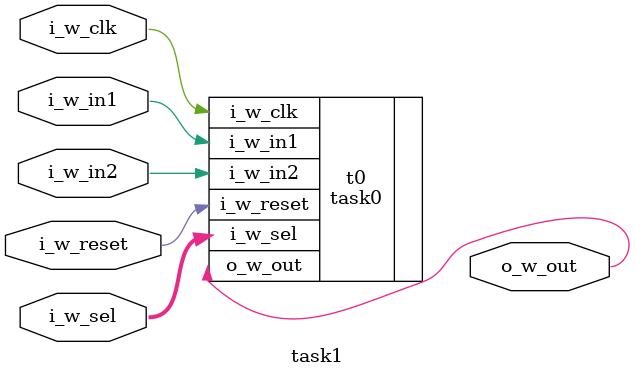
<source format=v>
module task1(
    output wire o_w_out,
    input wire[1:0] i_w_sel,
    input wire i_w_in1,
    input wire i_w_in2,
    input wire i_w_clk,
    input wire i_w_reset
);
    task0 t0(
     .o_w_out(o_w_out),
           .i_w_sel(i_w_sel),
           .i_w_clk(i_w_clk),
           .i_w_reset(i_w_reset),
           .i_w_in1(i_w_in1),
           .i_w_in2(i_w_in2)
);

endmodule

</source>
